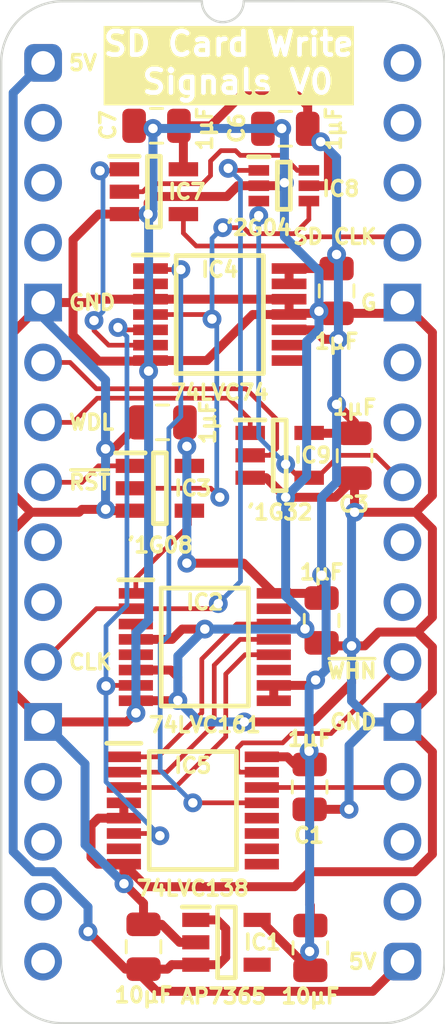
<source format=kicad_pcb>
(kicad_pcb (version 20240108) (generator "pcbnew") (generator_version "8.0")
  (title_block (title "SD Card Write Signals") (date "2025-01-27") (rev "V0"))
  (layers (0 "F.Cu" signal) (31 "B.Cu" signal) (34 "B.Paste" user) (35 "F.Paste" user) (36 "B.SilkS" user "B.Silkscreen") (37 "F.SilkS" user "F.Silkscreen") (38 "B.Mask" user) (39 "F.Mask" user) (44 "Edge.Cuts" user))
  (net 0 "")
  (net 1 "/3.3V")
  (net 3 "GND")
  (net 4 "5V")
  (net 7 "/Nybble A1")
  (net 8 "/Nybble A0")
  (net 9 "/SD Write")
  (net 10 "/~{Reset Write Counter}")
  (net 11 "/Nybble A2")
  (net 14 "/~{SD Write}")
  (net 15 "/~{Stop Write}")
  (net 27 "Fast CLK")
  (net 28 "Write Data Low")
  (net 29 "Write Data High")
  (net 30 "~{Write Low Nybble}")
  (net 31 "~{Reset}")
  (net 32 "/~{Fast CLK}")
  (net 34 "Write Data")
  (net 35 "/~{Write Data}")
  (net 36 "~{Write High Nybble}")
  (net 37 "SD CLK")
  (footprint "SamacSys_Parts:C_0805" (layer "F.Cu") (at 10.287 2.794 90)
    (property "Reference" "C6")
    (property "Value" "1μF")
  )
  (footprint "SamacSys_Parts:SOP65P210X110-6N" (layer "F.Cu") (at 10.21 5.207)
    (property "Reference" "IC8")
    (property "Value" "74LVC2G04GW-Q100H" (hide yes))
  )
  (footprint "SamacSys_Parts:SOT95P275X110-5N" (layer "F.Cu") (at 4.699 5.461)
    (property "Reference" "IC7")
    (property "Value" "74LVC1G125GV-Q100" (hide yes))
  )
  (footprint "SamacSys_Parts:C_0805" (layer "F.Cu") (at 4.826 2.667 90)
    (property "Reference" "C7")
    (property "Value" "1μF")
  )
  (footprint "SamacSys_Parts:DIP-32_Board_W15.24mm" (layer "F.Cu") (at 0 0)
    (property "Reference" "J1" (hide yes))
    (property "Value" "Conn_02x16_Counter_Clockwise" (hide yes))
    (fp_line (start -1.778 38.1) (end -1.778 0) (stroke (width 0.1)) (layer "Edge.Cuts"))
    (fp_line (start 6.731 -2.6162) (end 0.835732 -2.613732) (stroke (width 0.1)) (layer "Edge.Cuts"))
    (fp_line (start 14.404267 -2.613733) (end 8.509 -2.6162) (stroke (width 0.1)) (layer "Edge.Cuts"))
    (fp_line (start 14.404268 40.713732) (end 0.835733 40.713733) (stroke (width 0.1)) (layer "Edge.Cuts"))
    (fp_line (start 17.018 38.1) (end 17.017999 -0.000001) (stroke (width 0.1)) (layer "Edge.Cuts"))
    (fp_arc (start -1.778 0) (mid -1.012456 -1.848188) (end 0.835732 -2.613732) (stroke (width 0.1)) (layer "Edge.Cuts"))
    (fp_arc (start 0.835733 40.713733) (mid -1.012457 39.94819) (end -1.778 38.1) (stroke (width 0.1)) (layer "Edge.Cuts"))
    (fp_arc (start 8.509 -2.6162) (mid 7.62 -1.7272) (end 6.731 -2.6162) (stroke (width 0.1)) (layer "Edge.Cuts"))
    (fp_arc (start 14.404267 -2.613733) (mid 16.252453 -1.848189) (end 17.017999 -0.000001) (stroke (width 0.1)) (layer "Edge.Cuts"))
    (fp_arc (start 17.018 38.1) (mid 16.252456 39.948187) (end 14.404268 40.713732) (stroke (width 0.1)) (layer "Edge.Cuts"))
  )
  (footprint "SamacSys_Parts:C_0805" (layer "F.Cu") (at 5.08 15.24 90)
    (property "Reference" "C5" (hide yes))
    (property "Value" "1μF")
  )
  (footprint "SamacSys_Parts:C_0805" (layer "F.Cu") (at 11.303 30.678 180)
    (property "Reference" "C1")
    (property "Value" "1μF")
  )
  (footprint "SamacSys_Parts:C_0805" (layer "F.Cu") (at 13.208 16.637 180)
    (property "Reference" "C3")
    (property "Value" "1μF")
  )
  (footprint "SamacSys_Parts:SOP65P640X110-16N" (layer "F.Cu") (at 6.858 24.765)
    (property "Reference" "IC2")
    (property "Value" "74LVC161PW,112" (hide yes))
  )
  (footprint "SamacSys_Parts:SOT95P275X110-5N" (layer "F.Cu") (at 10.033 16.637)
    (property "Reference" "IC9")
    (property "Value" "74LVC1G32GV,125" (hide yes))
  )
  (footprint "SamacSys_Parts:C_0805" (layer "F.Cu") (at 11.333 37.536)
    (property "Reference" "C11" (hide yes))
    (property "Value" "10μF")
  )
  (footprint "SamacSys_Parts:SOP65P640X110-14N" (layer "F.Cu") (at 7.493 10.668)
    (property "Reference" "IC4")
    (property "Value" "74LVC74APW,118" (hide yes))
  )
  (footprint "SamacSys_Parts:SOT95P285X130-5N" (layer "F.Cu") (at 7.777 37.282)
    (property "Reference" "IC1")
    (property "Value" "AP7365-33WG-7" (hide yes))
  )
  (footprint "SamacSys_Parts:SOT95P275X110-5N" (layer "F.Cu") (at 4.953 18.034)
    (property "Reference" "IC3")
    (property "Value" "74LVC1G08GV,125" (hide yes))
  )
  (footprint "SamacSys_Parts:C_0805" (layer "F.Cu") (at 12.446 9.652 180)
    (property "Reference" "C4" (hide yes))
    (property "Value" "1μF")
  )
  (footprint "SamacSys_Parts:C_0805" (layer "F.Cu") (at 4.259 37.486)
    (property "Reference" "C10" (hide yes))
    (property "Value" "10μF")
  )
  (footprint "SamacSys_Parts:SOP65P640X110-16N" (layer "F.Cu") (at 6.35 31.694)
    (property "Reference" "IC5")
    (property "Value" "74LVC138APW-Q100J" (hide yes))
  )
  (footprint "SamacSys_Parts:C_0805" (layer "F.Cu") (at 11.811 23.622 180)
    (property "Reference" "C2" (hide yes))
    (property "Value" "1μF")
  )
  (footprint "SamacSys_Parts:PinHeader_1x16_P2.54mm_Vertical" (layer "B.Cu") (at 15.24 0 180)
    (property "Reference" "J3" (hide yes))
    (property "Value" "Pin_Header_01x16")
  )
  (footprint "SamacSys_Parts:PinHeader_1x16_P2.54mm_Vertical" (layer "B.Cu") (at 0 0 180)
    (property "Reference" "J2" (hide yes))
    (property "Value" "Pin_Header_01x16")
  )
  (gr_text "G" (at 14.224 10.16 0) (layer "F.SilkS") (effects (font (size 0.635 0.635) (thickness 0.15) (bold yes)) (justify right)))
  (gr_text "~{RST}" (at 1.016 17.78 0) (layer "F.SilkS") (effects (font (size 0.635 0.635) (thickness 0.15) (bold yes)) (justify left)))
  (gr_text "GND" (at 14.224 27.94 0) (layer "F.SilkS") (effects (font (size 0.635 0.635) (thickness 0.15) (bold yes)) (justify right)))
  (gr_text "~{WHN}" (at 14.224 25.781 0) (layer "F.SilkS") (effects (font (size 0.635 0.635) (thickness 0.15) (bold yes)) (justify right)))
  (gr_text "SD Card Write \nSignals V0" (at 8.255 0 0) (layer "F.SilkS" knockout) (effects (font (size 1 1) (thickness 0.2) (bold yes))))
  (gr_text "WDL" (at 1.016 15.24 0) (layer "F.SilkS") (effects (font (size 0.635 0.635) (thickness 0.15) (bold yes)) (justify left)))
  (gr_text "CLK" (at 1.016 25.4 0) (layer "F.SilkS") (effects (font (size 0.635 0.635) (thickness 0.15) (bold yes)) (justify left)))
  (gr_text "GND" (at 1.016 10.16 0) (layer "F.SilkS") (effects (font (size 0.635 0.635) (thickness 0.15) (bold yes)) (justify left)))
  (gr_text "SD CLK" (at 14.224 7.366 0) (layer "F.SilkS") (effects (font (size 0.635 0.635) (thickness 0.15) (bold yes)) (justify right)))
  (gr_text "5V" (at 1.016 0 0) (layer "F.SilkS") (effects (font (size 0.635 0.635) (thickness 0.15) (bold yes)) (justify left)))
  (gr_text "5V" (at 14.224 38.1 0) (layer "F.SilkS") (effects (font (size 0.635 0.635) (thickness 0.15) (bold yes)) (justify right)))
  (segment (start 11.908976 11.718) (end 11.508976 11.318) (width 0.38) (layer "F.Cu") (net 1))
  (segment (start 12.0995 5.197) (end 12.0995 3.6725) (width 0.38) (layer "F.Cu") (net 1))
  (segment (start 11.333 38.47) (end 11.333 37.7) (width 0.38) (layer "F.Cu") (net 1))
  (segment (start 11.811 22.688) (end 11.811 21.717006) (width 0.38) (layer "F.Cu") (net 1))
  (segment (start 11.303 29.201075) (end 11.281929 29.180004) (width 0.38) (layer "F.Cu") (net 1))
  (segment (start 10.431 8.718) (end 10.431 9.368) (width 0.38) (layer "F.Cu") (net 1))
  (segment (start 10.355 29.419) (end 10.68 29.744) (width 0.38) (layer "F.Cu") (net 1))
  (segment (start 10.795 1.397) (end 11.221 1.823) (width 0.38) (layer "F.Cu") (net 1))
  (segment (start 11.272 5.207) (end 12.0895 5.207) (width 0.38) (layer "F.Cu") (net 1))
  (segment (start 6.096 15.322) (end 6.096 16.256004) (width 0.38) (layer "F.Cu") (net 1))
  (segment (start 7.112 2.667) (end 8.382 1.397) (width 0.38) (layer "F.Cu") (net 1))
  (segment (start 8.502 21.209) (end 6.096 21.209) (width 0.38) (layer "F.Cu") (net 1))
  (segment (start 6.096 16.977) (end 6.096 16.256004) (width 0.38) (layer "F.Cu") (net 1))
  (segment (start 13.208 15.703) (end 13.208 15.24) (width 0.38) (layer "F.Cu") (net 1))
  (segment (start 12.0995 3.6725) (end 11.77 3.343) (width 0.38) (layer "F.Cu") (net 1))
  (segment (start 11.77 3.343) (end 11.221 2.794) (width 0.38) (layer "F.Cu") (net 1))
  (segment (start 11.329 26.39) (end 11.557 26.162) (width 0.38) (layer "F.Cu") (net 1))
  (segment (start 11.333 37.7) (end 11.303 37.67) (width 0.38) (layer "F.Cu") (net 1))
  (segment (start 12.0895 5.207) (end 12.0995 5.197) (width 0.38) (layer "F.Cu") (net 1))
  (segment (start 9.783 27.04) (end 9.783 26.39) (width 0.38) (layer "F.Cu") (net 1))
  (segment (start 11.303 29.744) (end 11.303 29.201075) (width 0.38) (layer "F.Cu") (net 1))
  (segment (start 11.811 21.717006) (end 11.811003 21.717003) (width 0.38) (layer "F.Cu") (net 1))
  (segment (start 13.208 15.703) (end 11.299 15.703) (width 0.38) (layer "F.Cu") (net 1))
  (segment (start 9.783 22.49) (end 8.502 21.209) (width 0.38) (layer "F.Cu") (net 1))
  (segment (start 11.508976 11.318) (end 10.431 11.318) (width 0.38) (layer "F.Cu") (net 1))
  (segment (start 10.68 29.744) (end 11.303 29.744) (width 0.38) (layer "F.Cu") (net 1))
  (segment (start 9.275 29.419) (end 10.355 29.419) (width 0.38) (layer "F.Cu") (net 1))
  (segment (start 12.446 8.718) (end 12.446 8.123) (width 0.38) (layer "F.Cu") (net 1))
  (segment (start 13.208 15.24) (end 12.446 14.478) (width 0.38) (layer "F.Cu") (net 1))
  (segment (start 8.382 1.397) (end 10.795 1.397) (width 0.38) (layer "F.Cu") (net 1))
  (segment (start 5.949 4.511) (end 5.949 2.856) (width 0.38) (layer "F.Cu") (net 1))
  (segment (start 12.524 11.718) (end 11.908976 11.718) (width 0.38) (layer "F.Cu") (net 1))
  (segment (start 11.613 22.49) (end 9.783 22.49) (width 0.38) (layer "F.Cu") (net 1))
  (segment (start 12.446 8.718) (end 10.431 8.718) (width 0.38) (layer "F.Cu") (net 1))
  (segment (start 9.195 36.332) (end 11.333 38.47) (width 0.38) (layer "F.Cu") (net 1))
  (segment (start 11.221 1.823) (end 11.221 2.794) (width 0.38) (layer "F.Cu") (net 1))
  (segment (start 9.783 26.39) (end 11.329 26.39) (width 0.38) (layer "F.Cu") (net 1))
  (segment (start 5.76 2.667) (end 7.112 2.667) (width 0.38) (layer "F.Cu") (net 1))
  (via (at 11.77 3.343) (size 0.8) (drill 0.4) (layers "F.Cu" "B.Cu") (net 1))
  (via (at 11.811003 21.717003) (size 0.8) (drill 0.4) (layers "F.Cu" "B.Cu") (net 1))
  (via (at 12.446 8.123) (size 0.8) (drill 0.4) (layers "F.Cu" "B.Cu") (net 1))
  (via (at 6.096 16.256004) (size 0.8) (drill 0.4) (layers "F.Cu" "B.Cu") (net 1))
  (via (at 11.557 26.162) (size 0.8) (drill 0.4) (layers "F.Cu" "B.Cu") (net 1))
  (via (at 11.281929 29.180004) (size 0.8) (drill 0.4) (layers "F.Cu" "B.Cu") (net 1))
  (via (at 11.303 37.67) (size 0.8) (drill 0.4) (layers "F.Cu" "B.Cu") (net 1))
  (via (at 6.096 21.209) (size 0.8) (drill 0.4) (layers "F.Cu" "B.Cu") (net 1))
  (via (at 12.446 14.478) (size 0.8) (drill 0.4) (layers "F.Cu" "B.Cu") (net 1))
  (via (at 12.524 11.718) (size 0.8) (drill 0.4) (layers "F.Cu" "B.Cu") (net 1))
  (segment (start 12.446 4.019) (end 12.446 8.123) (width 0.38) (layer "B.Cu") (net 1))
  (segment (start 11.77 3.343) (end 12.446 4.019) (width 0.38) (layer "B.Cu") (net 1))
  (segment (start 12.446 17.78) (end 12.446 14.478) (width 0.38) (layer "B.Cu") (net 1))
  (segment (start 12.001502 21.907502) (end 11.811003 21.717003) (width 0.38) (layer "B.Cu") (net 1))
  (segment (start 6.096 21.209) (end 6.096 16.256004) (width 0.38) (layer "B.Cu") (net 1))
  (segment (start 12.446 11.796) (end 12.446 14.478) (width 0.38) (layer "B.Cu") (net 1))
  (segment (start 11.811003 21.717003) (end 11.811003 18.414997) (width 0.38) (layer "B.Cu") (net 1))
  (segment (start 11.303 37.67) (end 11.303 29.201075) (width 0.38) (layer "B.Cu") (net 1))
  (segment (start 11.811003 18.414997) (end 12.446 17.78) (width 0.38) (layer "B.Cu") (net 1))
  (segment (start 12.524 11.718) (end 12.524 8.201) (width 0.38) (layer "B.Cu") (net 1))
  (segment (start 12.524 11.718) (end 12.446 11.796) (width 0.38) (layer "B.Cu") (net 1))
  (segment (start 11.557 26.162) (end 12.001502 25.717498) (width 0.38) (layer "B.Cu") (net 1))
  (segment (start 12.001502 25.717498) (end 12.001502 21.907502) (width 0.38) (layer "B.Cu") (net 1))
  (segment (start 11.557 26.162) (end 11.281929 26.437071) (width 0.38) (layer "B.Cu") (net 1))
  (segment (start 11.281929 26.437071) (end 11.281929 29.180004) (width 0.38) (layer "B.Cu") (net 1))
  (segment (start 12.524 8.201) (end 12.446 8.123) (width 0.38) (layer "B.Cu") (net 1))
  (segment (start 11.303 29.201075) (end 11.281929 29.180004) (width 0.38) (layer "B.Cu") (net 1))
  (segment (start 11.303 35.687) (end 11.303 34.29) (width 0.38) (layer "F.Cu") (net 3))
  (segment (start 4.720407 5.665) (end 4.454003 5.931404) (width 0.38) (layer "F.Cu") (net 3))
  (segment (start 6.858 24.003) (end 5.898 24.003) (width 0.38) (layer "F.Cu") (net 3))
  (segment (start 15.24 10.16) (end 16.51 11.43) (width 0.38) (layer "F.Cu") (net 3))
  (segment (start 4.572 12.635) (end 4.572 12.966778) (width 0.38) (layer "F.Cu") (net 3))
  (segment (start 3.933 27.554996) (end 3.937 27.558996) (width 0.38) (layer "F.Cu") (net 3))
  (segment (start 16.51 23.495) (end 16.51 19.765) (width 0.38) (layer "F.Cu") (net 3))
  (segment (start 6.477 37.282) (end 5.786 37.282) (width 0.38) (layer "F.Cu") (net 3))
  (segment (start 4.381 34.925) (end 3.425 33.969) (width 0.38) (layer "F.Cu") (net 3))
  (segment (start 14.224 24.13) (end 13.639 24.715) (width 0.38) (layer "F.Cu") (net 3))
  (segment (start 3.86 2.667) (end 4.546502 2.667) (width 0.38) (layer "F.Cu") (net 3))
  (segment (start 2.32 33.969) (end 2.032 33.681) (width 0.38) (layer "F.Cu") (net 3))
  (segment (start 5.024 36.52) (end 4.259 36.52) (width 0.38) (layer "F.Cu") (net 3))
  (segment (start 12.446 10.618) (end 10.481 10.618) (width 0.38) (layer "F.Cu") (net 3))
  (segment (start -1.27 18.288) (end -0.508 19.05) (width 0.38) (layer "F.Cu") (net 3))
  (segment (start 9.458992 17.587) (end 10.287 18.415008) (width 0.38) (layer "F.Cu") (net 3))
  (segment (start 11.303 31.644) (end 12.974994 31.644) (width 0.38) (layer "F.Cu") (net 3))
  (segment (start -0.508 19.05) (end 1.524 19.05) (width 0.38) (layer "F.Cu") (net 3))
  (segment (start 16.51 33.543958) (end 15.763958 34.29) (width 0.38) (layer "F.Cu") (net 3))
  (segment (start 10.481 10.618) (end 10.431 10.668) (width 0.38) (layer "F.Cu") (net 3))
  (segment (start 6.94 12.618) (end 8.89 10.668) (width 0.38) (layer "F.Cu") (net 3))
  (segment (start 11.333 36.57) (end 11.333 35.717) (width 0.38) (layer "F.Cu") (net 3))
  (segment (start 16.51 29.21) (end 16.51 33.543958) (width 0.38) (layer "F.Cu") (net 3))
  (segment (start 1.905 10.16) (end 1.27 10.16) (width 0.38) (layer "F.Cu") (net 3))
  (segment (start 4.555 12.618) (end 6.94 12.618) (width 0.38) (layer "F.Cu") (net 3))
  (segment (start 5.42 25.74) (end 5.715 26.035) (width 0.38) (layer "F.Cu") (net 3))
  (segment (start 16.51 26.67) (end 15.24 27.94) (width 0.38) (layer "F.Cu") (net 3))
  (segment (start 4.259 35.628) (end 3.429 34.798) (width 0.38) (layer "F.Cu") (net 3))
  (segment (start 10.107498 5.207) (end 9.148 5.207) (width 0.38) (layer "F.Cu") (net 3))
  (segment (start 1.646498 18.927502) (end 1.524 19.05) (width 0.38) (layer "F.Cu") (net 3))
  (segment (start 11.303 34.29) (end 10.668 34.925) (width 0.38) (layer "F.Cu") (net 3))
  (segment (start 8.783 17.587) (end 9.458992 17.587) (width 0.38) (layer "F.Cu") (net 3))
  (segment (start 12.446 10.618) (end 14.782 10.618) (width 0.38) (layer "F.Cu") (net 3))
  (segment (start 4.454 6.411) (end 4.454003 6.410997) (width 0.38) (layer "F.Cu") (net 3))
  (segment (start 2.356107 12.643107) (end 1.27 11.557) (width 0.38) (layer "F.Cu") (net 3))
  (segment (start 5.786 37.282) (end 5.024 36.52) (width 0.38) (layer "F.Cu") (net 3))
  (segment (start 5.461 24.44) (end 3.933 24.44) (width 0.38) (layer "F.Cu") (net 3))
  (segment (start 2.352 6.411) (end 1.27 7.493) (width 0.38) (layer "F.Cu") (net 3))
  (segment (start 10.431 10.018) (end 10.431 10.668) (width 0.38) (layer "F.Cu") (net 3))
  (segment (start 3.449 6.411) (end 4.454 6.411) (width 0.38) (layer "F.Cu") (net 3))
  (segment (start 15.795 19.05) (end 13.208004 19.05) (width 0.38) (layer "F.Cu") (net 3))
  (segment (start 2.345 32.019) (end 3.425 32.019) (width 0.38) (layer "F.Cu") (net 3))
  (segment (start 13.208 17.603) (end 13.208 19.049996) (width 0.38) (layer "F.Cu") (net 3))
  (segment (start 15.875 24.13) (end 14.224 24.13) (width 0.38) (layer "F.Cu") (net 3))
  (segment (start 16.51 19.765) (end 15.795 19.05) (width 0.38) (layer "F.Cu") (net 3))
  (segment (start 1.27 11.557) (end 1.27 10.16) (width 0.38) (layer "F.Cu") (net 3))
  (segment (start 4.572 12.966778) (end 4.473775 13.065003) (width 0.38) (layer "F.Cu") (net 3))
  (segment (start 11.333 35.717) (end 11.303 35.687) (width 0.38) (layer "F.Cu") (net 3))
  (segment (start 15.875 24.13) (end 16.51 23.495) (width 0.38) (layer "F.Cu") (net 3))
  (segment (start 16.51 11.43) (end 16.51 18.335) (width 0.38) (layer "F.Cu") (net 3))
  (segment (start 11.108002 23.996087) (end 11.699915 24.588) (width 0.38) (layer "F.Cu") (net 3))
  (segment (start 5.898 24.003) (end 5.461 24.44) (width 0.38) (layer "F.Cu") (net 3))
  (segment (start 12.395992 18.415008) (end 10.287 18.415008) (width 0.38) (layer "F.Cu") (net 3))
  (segment (start 0 10.16) (end -1.27 11.43) (width 0.38) (layer "F.Cu") (net 3))
  (segment (start 10.121 2.780498) (end 10.107498 2.794) (width 0.38) (layer "F.Cu") (net 3))
  (segment (start 3.425 34.794) (end 3.425 33.969) (width 0.38) (layer "F.Cu") (net 3))
  (segment (start 15.24 27.94) (end 16.51 29.21) (width 0.38) (layer "F.Cu") (net 3))
  (segment (start 11.303 31.644) (end 11.303 34.29) (width 0.38) (layer "F.Cu") (net 3))
  (segment (start 0 27.94) (end -1.27 26.67) (width 0.38) (layer "F.Cu") (net 3))
  (segment (start 8.89 10.668) (end 10.431 10.668) (width 0.38) (layer "F.Cu") (net 3))
  (segment (start 5.715 26.035) (end 5.715 27.030005) (width 0.38) (layer "F.Cu") (net 3))
  (segment (start -1.27 11.43) (end -1.27 18.288) (width 0.38) (layer "F.Cu") (net 3))
  (segment (start 12.974994 31.644) (end 12.974997 31.643997) (width 0.38) (layer "F.Cu") (net 3))
  (segment (start 2.047 10.018) (end 1.905 10.16) (width 0.38) (layer "F.Cu") (net 3))
  (segment (start 2.032 33.681) (end 2.032 32.332) (width 0.38) (layer "F.Cu") (net 3))
  (segment (start 15.763958 34.29) (end 11.303 34.29) (width 0.38) (layer "F.Cu") (net 3))
  (segment (start 3.425 32.019) (end 3.425 31.369) (width 0.38) (layer "F.Cu") (net 3))
  (segment (start 3.933 27.04) (end 5.705005 27.04) (width 0.38) (layer "F.Cu") (net 3))
  (segment (start 3.933 27.04) (end 3.933 27.554996) (width 0.38) (layer "F.Cu") (net 3))
  (segment (start -1.27 26.67) (end -1.27 19.812) (width 0.38) (layer "F.Cu") (net 3))
  (segment (start 2.707761 18.984) (end 2.651263 18.927502) (width 0.38) (layer "F.Cu") (net 3))
  (segment (start 8.255 5.207) (end 7.797 5.665) (width 0.38) (layer "F.Cu") (net 3))
  (segment (start 4.555 10.018) (end 2.047 10.018) (width 0.38) (layer "F.Cu") (net 3))
  (segment (start 0 27.94) (end 3.555996 27.94) (width 0.38) (layer "F.Cu") (net 3))
  (segment (start 9.148 5.207) (end 8.255 5.207) (width 0.38) (layer "F.Cu") (net 3))
  (segment (start 16.51 18.335) (end 15.795 19.05) (width 0.38) (layer "F.Cu") (net 3))
  (segment (start 3.555996 27.94) (end 3.937 27.558996) (width 0.38) (layer "F.Cu") (net 3))
  (segment (start 11.429996 27.940004) (end 8.531893 27.940004) (width 0.38) (layer "F.Cu") (net 3))
  (segment (start -1.27 19.812) (end -0.508 19.05) (width 0.38) (layer "F.Cu") (net 3))
  (segment (start 3.429 34.798) (end 3.425 34.794) (width 0.38) (layer "F.Cu") (net 3))
  (segment (start 2.989008 16.364992) (end 4.114 15.24) (width 0.38) (layer "F.Cu") (net 3))
  (segment (start 2.648543 16.364992) (end 2.989008 16.364992) (width 0.38) (layer "F.Cu") (net 3))
  (segment (start 10.668 34.925) (end 4.381 34.925) (width 0.38) (layer "F.Cu") (net 3))
  (segment (start 11.938 24.715) (end 13.081 24.715) (width 0.38) (layer "F.Cu") (net 3))
  (segment (start 4.546502 2.667) (end 4.66 2.780498) (width 0.38) (layer "F.Cu") (net 3))
  (segment (start 13.081 24.715) (end 13.081 26.289) (width 0.38) (layer "F.Cu") (net 3))
  (segment (start 15.875 24.13) (end 16.51 24.765) (width 0.38) (layer "F.Cu") (net 3))
  (segment (start 7.797 5.665) (end 4.720407 5.665) (width 0.38) (layer "F.Cu") (net 3))
  (segment (start 4.555 10.018) (end 4.555 9.368) (width 0.38) (layer "F.Cu") (net 3))
  (segment (start 3.933 25.74) (end 3.933 25.09) (width 0.38) (layer "F.Cu") (net 3))
  (segment (start 13.208 17.603) (end 12.395992 18.415008) (width 0.38) (layer "F.Cu") (net 3))
  (segment (start 4.259 36.52) (end 4.259 35.628) (width 0.38) (layer "F.Cu") (net 3))
  (segment (start 5.705005 27.04) (end 5.715 27.030005) (width 0.38) (layer "F.Cu") (net 3))
  (segment (start 16.51 24.765) (end 16.51 26.67) (width 0.38) (layer "F.Cu") (net 3))
  (segment (start 10.107498 2.794) (end 9.321 2.794) (width 0.38) (layer "F.Cu") (net 3))
  (segment (start 3.933 25.74) (end 5.42 25.74) (width 0.38) (layer "F.Cu") (net 3))
  (segment (start 1.27 7.493) (end 1.27 10.16) (width 0.38) (layer "F.Cu") (net 3))
  (segment (start 3.703 18.984) (end 2.707761 18.984) (width 0.38) (layer "F.Cu") (net 3))
  (segment (start 4.529893 12.643107) (end 2.356107 12.643107) (width 0.38) (layer "F.Cu") (net 3))
  (segment (start 3.933 25.09) (end 3.933 24.44) (width 0.38) (layer "F.Cu") (net 3))
  (segment (start 0 10.16) (end 1.27 10.16) (width 0.38) (layer "F.Cu") (net 3))
  (segment (start 10.234498 5.08) (end 10.107498 5.207) (width 0.38) (layer "F.Cu") (net 3))
  (segment (start 4.454003 5.931404) (end 4.454003 6.410997) (width 0.38) (layer "F.Cu") (net 3))
  (segment (start 2.032 32.332) (end 2.345 32.019) (width 0.38) (layer "F.Cu") (net 3))
  (segment (start 13.208004 19.05) (end 13.208 19.049996) (width 0.38) (layer "F.Cu") (net 3))
  (segment (start 3.933 24.44) (end 3.933 23.79) (width 0.38) (layer "F.Cu") (net 3))
  (segment (start 3.241 6.411) (end 2.352 6.411) (width 0.38) (layer "F.Cu") (net 3))
  (segment (start 3.425 33.969) (end 2.32 33.969) (width 0.38) (layer "F.Cu") (net 3))
  (segment (start 13.639 24.715) (end 13.081 24.715) (width 0.38) (layer "F.Cu") (net 3))
  (segment (start 4.555 10.018) (end 10.431 10.018) (width 0.38) (layer "F.Cu") (net 3))
  (segment (start 13.081 26.289) (end 11.429996 27.940004) (width 0.38) (layer "F.Cu") (net 3))
  (segment (start 2.651263 18.927502) (end 1.646498 18.927502) (width 0.38) (layer "F.Cu") (net 3))
  (via (at 10.121 2.780498) (size 0.8) (drill 0.4) (layers "F.Cu" "B.Cu") (net 3))
  (via (at 13.208 19.049996) (size 0.8) (drill 0.4) (layers "F.Cu" "B.Cu") (net 3))
  (via (at 6.858 24.003) (size 0.8) (drill 0.4) (layers "F.Cu" "B.Cu") (net 3))
  (via (at 2.651263 18.927502) (size 0.8) (drill 0.4) (layers "F.Cu" "B.Cu") (net 3))
  (via (at 12.974997 31.643997) (size 0.8) (drill 0.4) (layers "F.Cu" "B.Cu") (net 3))
  (via (at 11.699394 10.527503) (size 0.8) (drill 0.4) (layers "F.Cu" "B.Cu") (net 3))
  (via (at 10.287 18.415008) (size 0.8) (drill 0.4) (layers "F.Cu" "B.Cu") (net 3))
  (via (at 3.429 34.798) (size 0.8) (drill 0.4) (layers "F.Cu" "B.Cu") (net 3))
  (via (at 3.937 27.558996) (size 0.8) (drill 0.4) (layers "F.Cu" "B.Cu") (net 3))
  (via (at 13.081 24.715) (size 0.8) (drill 0.4) (layers "F.Cu" "B.Cu") (net 3))
  (via (at 4.454003 6.410997) (size 0.8) (drill 0.4) (layers "F.Cu" "B.Cu") (net 3))
  (via (at 10.234498 5.08) (size 0.8) (drill 0.4) (layers "F.Cu" "B.Cu") (net 3))
  (via (at 4.66 2.780498) (size 0.8) (drill 0.4) (layers "F.Cu" "B.Cu") (net 3))
  (via (at 4.473775 13.065003) (size 0.8) (drill 0.4) (layers "F.Cu" "B.Cu") (net 3))
  (via (at 5.715 27.030005) (size 0.8) (drill 0.4) (layers "F.Cu" "B.Cu") (net 3))
  (via (at 11.108002 23.996087) (size 0.8) (drill 0.4) (layers "F.Cu" "B.Cu") (net 3))
  (via (at 8.531893 27.940004) (size 0.8) (drill 0.4) (layers "F.Cu" "B.Cu") (net 3))
  (via (at 2.648543 16.364992) (size 0.8) (drill 0.4) (layers "F.Cu" "B.Cu") (net 3))
  (segment (start 13.97 27.94) (end 12.974997 28.935003) (width 0.38) (layer "B.Cu") (net 3))
  (segment (start 11.699394 10.527503) (end 11.699394 11.287606) (width 0.38) (layer "B.Cu") (net 3))
  (segment (start 13.081 27.051) (end 13.081 24.715) (width 0.38) (layer "B.Cu") (net 3))
  (segment (start 10.287 22.606) (end 10.287 18.415008) (width 0.38) (layer "B.Cu") (net 3))
  (segment (start 11.699394 10.527503) (end 11.699394 8.830896) (width 0.38) (layer "B.Cu") (net 3))
  (segment (start 13.97 27.94) (end 13.081 27.051) (width 0.38) (layer "B.Cu") (net 3))
  (segment (start 4.66 2.780498) (end 10.121 2.780498) (width 0.38) (layer "B.Cu") (net 3))
  (segment (start 5.715 25.146) (end 5.715 27.030005) (width 0.38) (layer "B.Cu") (net 3))
  (segment (start 10.287 18.415008) (end 11.176 17.526008) (width 0.38) (layer "B.Cu") (net 3))
  (segment (start 3.937 27.558996) (end 3.937 24.158775) (width 0.38) (layer "B.Cu") (net 3))
  (segment (start 11.108002 23.996087) (end 11.101089 24.003) (width 0.38) (layer "B.Cu") (net 3))
  (segment (start 13.081 19.304) (end 13.208 19.177) (width 0.38) (layer "B.Cu") (net 3))
  (segment (start 11.101089 24.003) (end 6.858 24.003) (width 0.38) (layer "B.Cu") (net 3))
  (segment (start 11.699394 11.287606) (end 11.176 11.811) (width 0.38) (layer "B.Cu") (net 3))
  (segment (start 0 27.94) (end 1.778 29.718) (width 0.38) (layer "B.Cu") (net 3))
  (segment (start 10.234498 2.893996) (end 10.234498 5.08) (width 0.38) (layer "B.Cu") (net 3))
  (segment (start 6.624999 27.940004) (end 8.531893 27.940004) (width 0.38) (layer "B.Cu") (net 3))
  (segment (start 10.234498 5.08) (end 10.234498 7.366) (width 0.38) (layer "B.Cu") (net 3))
  (segment (start 4.66 6.205) (end 4.454003 6.410997) (width 0.38) (layer "B.Cu") (net 3))
  (segment (start 4.473775 13.065003) (end 4.473775 23.622) (width 0.38) (layer "B.Cu") (net 3))
  (segment (start 2.648543 18.924782) (end 2.651263 18.927502) (width 0.38) (layer "B.Cu") (net 3))
  (segment (start 11.699394 8.830896) (end 10.234498 7.366) (width 0.38) (layer "B.Cu") (net 3))
  (segment (start 2.648543 13.443543) (end 0 10.795) (width 0.38) (layer "B.Cu") (net 3))
  (segment (start 3.937 24.158775) (end 4.473775 23.622) (width 0.38) (layer "B.Cu") (net 3))
  (segment (start 1.778 29.718) (end 1.778 33.147) (width 0.38) (layer "B.Cu") (net 3))
  (segment (start 11.176 17.526008) (end 11.176 11.811) (width 0.38) (layer "B.Cu") (net 3))
  (segment (start 6.858 24.003) (end 5.715 25.146) (width 0.38) (layer "B.Cu") (net 3))
  (segment (start 5.715 27.030005) (end 6.624999 27.940004) (width 0.38) (layer "B.Cu") (net 3))
  (segment (start 13.081 24.715) (end 13.081 19.304) (width 0.38) (layer "B.Cu") (net 3))
  (segment (start 0 10.16) (end 0 10.795) (width 0.38) (layer "B.Cu") (net 3))
  (segment (start 4.66 2.780498) (end 4.66 6.205) (width 0.38) (layer "B.Cu") (net 3))
  (segment (start 1.778 33.147) (end 3.429 34.798) (width 0.38) (layer "B.Cu") (net 3))
  (segment (start 11.108002 23.427002) (end 10.287 22.606) (width 0.38) (layer "B.Cu") (net 3))
  (segment (start 2.648543 16.364992) (end 2.648543 13.443543) (width 0.38) (layer "B.Cu") (net 3))
  (segment (start 11.108002 23.996087) (end 11.108002 23.427002) (width 0.38) (layer "B.Cu") (net 3))
  (segment (start 12.974997 28.935003) (end 12.974997 31.643997) (width 0.38) (layer "B.Cu") (net 3))
  (segment (start 4.473775 13.065003) (end 4.473775 6.430769) (width 0.38) (layer "B.Cu") (net 3))
  (segment (start 2.648543 16.364992) (end 2.648543 18.924782) (width 0.38) (layer "B.Cu") (net 3))
  (segment (start 4.473775 6.430769) (end 4.454003 6.410997) (width 0.38) (layer "B.Cu") (net 3))
  (segment (start 15.24 27.94) (end 13.97 27.94) (width 0.38) (layer "B.Cu") (net 3))
  (segment (start 13.208 19.177) (end 13.208 19.049996) (width 0.38) (layer "B.Cu") (net 3))
  (segment (start 10.121 2.780498) (end 10.234498 2.893996) (width 0.38) (layer "B.Cu") (net 3))
  (segment (start 7.747 37.917) (end 7.747 36.703) (width 0.38) (layer "F.Cu") (net 4))
  (segment (start 6.477 38.232) (end 7.432 38.232) (width 0.38) (layer "F.Cu") (net 4))
  (segment (start 4.259 38.803) (end 4.259 38.42) (width 0.38) (layer "F.Cu") (net 4))
  (segment (start 7.376 36.332) (end 6.477 36.332) (width 0.38) (layer "F.Cu") (net 4))
  (segment (start 13.98 39.36) (end 4.816 39.36) (width 0.38) (layer "F.Cu") (net 4))
  (segment (start 7.747 36.703) (end 7.376 36.332) (width 0.38) (layer "F.Cu") (net 4))
  (segment (start 3.495 38.42) (end 1.905 36.83) (width 0.38) (layer "F.Cu") (net 4))
  (segment (start 5.461 38.227) (end 5.466 38.232) (width 0.38) (layer "F.Cu") (net 4))
  (segment (start 7.432 38.232) (end 7.747 37.917) (width 0.38) (layer "F.Cu") (net 4))
  (segment (start 15.24 38.1) (end 13.98 39.36) (width 0.38) (layer "F.Cu") (net 4))
  (segment (start 4.259 38.42) (end 3.495 38.42) (width 0.38) (layer "F.Cu") (net 4))
  (segment (start 4.259 38.42) (end 5.268 38.42) (width 0.38) (layer "F.Cu") (net 4))
  (segment (start 5.268 38.42) (end 5.461 38.227) (width 0.38) (layer "F.Cu") (net 4))
  (segment (start 4.816 39.36) (end 4.259 38.803) (width 0.38) (layer "F.Cu") (net 4))
  (segment (start 5.466 38.232) (end 6.477 38.232) (width 0.38) (layer "F.Cu") (net 4))
  (via (at 1.905 36.83) (size 0.8) (drill 0.4) (layers "F.Cu" "B.Cu") (net 4))
  (segment (start 1.905 36.83) (end 1.905 35.782085) (width 0.38) (layer "B.Cu") (net 4))
  (segment (start 0.412915 34.29) (end -0.412915 34.29) (width 0.38) (layer "B.Cu") (net 4))
  (segment (start -1.27 33.432915) (end -1.27 1.27) (width 0.38) (layer "B.Cu") (net 4))
  (segment (start -0.412915 34.29) (end -1.27 33.432915) (width 0.38) (layer "B.Cu") (net 4))
  (segment (start 1.905 35.782085) (end 0.412915 34.29) (width 0.38) (layer "B.Cu") (net 4))
  (segment (start -1.27 1.27) (end 0 0) (width 0.38) (layer "B.Cu") (net 4))
  (segment (start 7.258 25.532) (end 8.35 24.44) (width 0.2) (layer "F.Cu") (net 7))
  (segment (start 8.35 24.44) (end 9.783 24.44) (width 0.2) (layer "F.Cu") (net 7))
  (segment (start 7.258 28.048) (end 7.258 25.532) (width 0.2) (layer "F.Cu") (net 7))
  (segment (start 3.425 30.069) (end 5.237 30.069) (width 0.2) (layer "F.Cu") (net 7))
  (segment (start 5.237 30.069) (end 7.258 28.048) (width 0.2) (layer "F.Cu") (net 7))
  (segment (start 3.425 29.419) (end 4.871 29.419) (width 0.2) (layer "F.Cu") (net 8))
  (segment (start 6.731 27.559) (end 6.731 25.273) (width 0.2) (layer "F.Cu") (net 8))
  (segment (start 6.731 25.273) (end 8.214 23.79) (width 0.2) (layer "F.Cu") (net 8))
  (segment (start 4.871 29.419) (end 6.731 27.559) (width 0.2) (layer "F.Cu") (net 8))
  (segment (start 8.214 23.79) (end 9.783 23.79) (width 0.2) (layer "F.Cu") (net 8))
  (segment (start 3.425 32.669) (end 4.856 32.669) (width 0.2) (layer "F.Cu") (net 9))
  (segment (start 4.856 32.669) (end 4.953 32.766) (width 0.2) (layer "F.Cu") (net 9))
  (segment (start 3.933 26.39) (end 2.693 26.39) (width 0.2) (layer "F.Cu") (net 9))
  (segment (start 2.693 26.39) (end 2.667 26.416) (width 0.2) (layer "F.Cu") (net 9))
  (segment (start 3.275 11.318) (end 3.175 11.218) (width 0.2) (layer "F.Cu") (net 9))
  (segment (start 4.555 11.318) (end 3.275 11.318) (width 0.2) (layer "F.Cu") (net 9))
  (via (at 3.175 11.218) (size 0.8) (drill 0.4) (layers "F.Cu" "B.Cu") (net 9))
  (via (at 2.667 26.416) (size 0.8) (drill 0.4) (layers "F.Cu" "B.Cu") (net 9))
  (via (at 4.953 32.766) (size 0.8) (drill 0.4) (layers "F.Cu" "B.Cu") (net 9))
  (segment (start 2.667 26.416) (end 2.667 23.876) (width 0.2) (layer "B.Cu") (net 9))
  (segment (start 2.667 23.876) (end 3.556 22.987) (width 0.2) (layer "B.Cu") (net 9))
  (segment (start 3.556 11.599) (end 3.175 11.218) (width 0.2) (layer "B.Cu") (net 9))
  (segment (start 2.667 26.416) (end 2.667 30.48) (width 0.2) (layer "B.Cu") (net 9))
  (segment (start 2.667 30.48) (end 4.953 32.766) (width 0.2) (layer "B.Cu") (net 9))
  (segment (start 3.556 22.987) (end 3.556 11.599) (width 0.2) (layer "B.Cu") (net 9))
  (segment (start 3.933 22.49) (end 3.933 21.848) (width 0.2) (layer "F.Cu") (net 10))
  (segment (start 6.203 19.578) (end 6.203 18.984) (width 0.2) (layer "F.Cu") (net 10))
  (segment (start 3.933 21.848) (end 6.203 19.578) (width 0.2) (layer "F.Cu") (net 10))
  (segment (start 7.747 25.908) (end 8.565 25.09) (width 0.2) (layer "F.Cu") (net 11))
  (segment (start 8.565 25.09) (end 9.783 25.09) (width 0.2) (layer "F.Cu") (net 11))
  (segment (start 7.747 28.575) (end 7.747 25.908) (width 0.2) (layer "F.Cu") (net 11))
  (segment (start 5.603 30.719) (end 7.747 28.575) (width 0.2) (layer "F.Cu") (net 11))
  (segment (start 3.425 30.719) (end 5.603 30.719) (width 0.2) (layer "F.Cu") (net 11))
  (segment (start 2.159 11.347661) (end 2.779338 11.968) (width 0.2) (layer "F.Cu") (net 14))
  (segment (start 2.413 4.572) (end 3.388 4.572) (width 0.2) (layer "F.Cu") (net 14))
  (segment (start 2.159 10.922) (end 2.159 11.347661) (width 0.2) (layer "F.Cu") (net 14))
  (segment (start 4.555 11.968) (end 2.779338 11.968) (width 0.2) (layer "F.Cu") (net 14))
  (via (at 2.413 4.572) (size 0.8) (drill 0.4) (layers "F.Cu" "B.Cu") (net 14))
  (via (at 2.159 10.922) (size 0.8) (drill 0.4) (layers "F.Cu" "B.Cu") (net 14))
  (segment (start 2.54 10.541) (end 2.54 4.699) (width 0.2) (layer "B.Cu") (net 14))
  (segment (start 2.54 4.699) (end 2.413 4.572) (width 0.2) (layer "B.Cu") (net 14))
  (segment (start 2.159 10.922) (end 2.54 10.541) (width 0.2) (layer "B.Cu") (net 14))
  (segment (start 5.841992 8.763) (end 5.841996 8.762996) (width 0.2) (layer "F.Cu") (net 15))
  (segment (start 9.275 31.369) (end 6.35 31.369) (width 0.2) (layer "F.Cu") (net 15))
  (segment (start 4.6 8.763) (end 5.841992 8.763) (width 0.2) (layer "F.Cu") (net 15))
  (via (at 6.35 31.369) (size 0.8) (drill 0.4) (layers "F.Cu" "B.Cu") (net 15))
  (via (at 5.841996 8.762996) (size 0.8) (drill 0.4) (layers "F.Cu" "B.Cu") (net 15))
  (segment (start 5.841996 14.986004) (end 5.841996 8.762996) (width 0.2) (layer "B.Cu") (net 15))
  (segment (start 5.334 24.257) (end 5.334 15.494) (width 0.2) (layer "B.Cu") (net 15))
  (segment (start 5.334 15.494) (end 5.841996 14.986004) (width 0.2) (layer "B.Cu") (net 15))
  (segment (start 6.35 31.369) (end 4.965 29.984) (width 0.2) (layer "B.Cu") (net 15))
  (segment (start 4.965 29.984) (end 4.965 24.626) (width 0.2) (layer "B.Cu") (net 15))
  (segment (start 4.965 24.626) (end 5.334 24.257) (width 0.2) (layer "B.Cu") (net 15))
  (segment (start 9.148 4.557) (end 7.937934 4.557) (width 0.2) (layer "F.Cu") (net 27))
  (segment (start 7.937934 4.557) (end 7.851301 4.470367) (width 0.2) (layer "F.Cu") (net 27))
  (segment (start 2.26 23.14) (end 3.933 23.14) (width 0.2) (layer "F.Cu") (net 27))
  (segment (start 3.933 23.14) (end 7.213 23.14) (width 0.2) (layer "F.Cu") (net 27))
  (segment (start 7.213 23.14) (end 7.4295 22.9235) (width 0.2) (layer "F.Cu") (net 27))
  (segment (start 0 25.4) (end 2.26 23.14) (width 0.2) (layer "F.Cu") (net 27))
  (via (at 7.851301 4.470367) (size 0.8) (drill 0.4) (layers "F.Cu" "B.Cu") (net 27))
  (via (at 7.4295 22.9235) (size 0.8) (drill 0.4) (layers "F.Cu" "B.Cu") (net 27))
  (segment (start 8.37 21.983) (end 8.37 4.989066) (width 0.2) (layer "B.Cu") (net 27))
  (segment (start 7.4295 22.9235) (end 8.37 21.983) (width 0.2) (layer "B.Cu") (net 27))
  (segment (start 8.37 4.989066) (end 7.851301 4.470367) (width 0.2) (layer "B.Cu") (net 27))
  (segment (start 2.295 14.215) (end 1.27 15.24) (width 0.2) (layer "F.Cu") (net 28))
  (segment (start 8.783 15.133) (end 7.865 14.215) (width 0.2) (layer "F.Cu") (net 28))
  (segment (start 8.783 15.687) (end 8.783 15.133) (width 0.2) (layer "F.Cu") (net 28))
  (segment (start 1.27 15.24) (end 0 15.24) (width 0.2) (layer "F.Cu") (net 28))
  (segment (start 7.865 14.215) (end 2.295 14.215) (width 0.2) (layer "F.Cu") (net 28))
  (segment (start 9.906 16.339) (end 9.608 16.637) (width 0.2) (layer "F.Cu") (net 29))
  (segment (start 2.258 13.815) (end 8.608 13.815) (width 0.2) (layer "F.Cu") (net 29))
  (segment (start 9.906 15.113) (end 9.906 16.339) (width 0.2) (layer "F.Cu") (net 29))
  (segment (start 0 12.7) (end 1.143 12.7) (width 0.2) (layer "F.Cu") (net 29))
  (segment (start 8.608 13.815) (end 9.906 15.113) (width 0.2) (layer "F.Cu") (net 29))
  (segment (start 9.608 16.637) (end 8.783 16.637) (width 0.2) (layer "F.Cu") (net 29))
  (segment (start 1.143 12.7) (end 2.258 13.815) (width 0.2) (layer "F.Cu") (net 29))
  (segment (start 9.275 30.719) (end 15.001 30.719) (width 0.2) (layer "F.Cu") (net 30))
  (segment (start 1.651 17.78) (end 2.347 17.084) (width 0.2) (layer "F.Cu") (net 31))
  (segment (start 0 17.78) (end 1.651 17.78) (width 0.2) (layer "F.Cu") (net 31))
  (segment (start 2.347 17.084) (end 3.703 17.084) (width 0.2) (layer "F.Cu") (net 31))
  (segment (start 4.231442 5.461) (end 3.449 5.461) (width 0.2) (layer "F.Cu") (net 32))
  (segment (start 10.142392 3.919392) (end 8.360987 3.919392) (width 0.2) (layer "F.Cu") (net 32))
  (segment (start 8.161962 3.720367) (end 7.54064 3.720367) (width 0.2) (layer "F.Cu") (net 32))
  (segment (start 11.272 4.557) (end 10.78 4.557) (width 0.2) (layer "F.Cu") (net 32))
  (segment (start 10.78 4.557) (end 10.142392 3.919392) (width 0.2) (layer "F.Cu") (net 32))
  (segment (start 8.360987 3.919392) (end 8.161962 3.720367) (width 0.2) (layer "F.Cu") (net 32))
  (segment (start 7.101301 4.778735) (end 6.759594 5.120442) (width 0.2) (layer "F.Cu") (net 32))
  (segment (start 6.759594 5.120442) (end 4.572 5.120442) (width 0.2) (layer "F.Cu") (net 32))
  (segment (start 7.101301 4.159706) (end 7.101301 4.778735) (width 0.2) (layer "F.Cu") (net 32))
  (segment (start 7.54064 3.720367) (end 7.101301 4.159706) (width 0.2) (layer "F.Cu") (net 32))
  (segment (start 4.572 5.120442) (end 4.231442 5.461) (width 0.2) (layer "F.Cu") (net 32))
  (segment (start 11.623 17.587) (end 12.573 16.637) (width 0.2) (layer "F.Cu") (net 34))
  (segment (start 10.855994 17.587) (end 10.287 17.018006) (width 0.2) (layer "F.Cu") (net 34))
  (segment (start 12.573 16.637) (end 14.097 16.637) (width 0.2) (layer "F.Cu") (net 34))
  (segment (start 14.097 16.637) (end 15.24 17.78) (width 0.2) (layer "F.Cu") (net 34))
  (segment (start 9.148 6.473) (end 9.144 6.477) (width 0.2) (layer "F.Cu") (net 34))
  (segment (start 9.148 5.857) (end 9.148 6.473) (width 0.2) (layer "F.Cu") (net 34))
  (via (at 10.287 17.018006) (size 0.8) (drill 0.4) (layers "F.Cu" "B.Cu") (net 34))
  (via (at 9.144 6.477) (size 0.8) (drill 0.4) (layers "F.Cu" "B.Cu") (net 34))
  (segment (start 9.144004 15.87501) (end 9.144004 6.477004) (width 0.2) (layer "B.Cu") (net 34))
  (segment (start 9.144004 6.477004) (end 9.144 6.477) (width 0.2) (layer "B.Cu") (net 34))
  (segment (start 10.287 17.018006) (end 9.144004 15.87501) (width 0.2) (layer "B.Cu") (net 34))
  (segment (start 10.668 7.239) (end 8.763 7.239) (width 0.2) (layer "F.Cu") (net 35))
  (segment (start 8.509 6.985) (end 8.763 7.239) (width 0.2) (layer "F.Cu") (net 35))
  (segment (start 7.112 18.034) (end 7.493 18.415) (width 0.2) (layer "F.Cu") (net 35))
  (segment (start 11.272 6.635) (end 10.668 7.239) (width 0.2) (layer "F.Cu") (net 35))
  (segment (start 3.703 18.034) (end 7.112 18.034) (width 0.2) (layer "F.Cu") (net 35))
  (segment (start 11.272 5.857) (end 11.272 6.635) (width 0.2) (layer "F.Cu") (net 35))
  (segment (start 4.555 10.668) (end 6.973644 10.668) (width 0.2) (layer "F.Cu") (net 35))
  (segment (start 7.62 6.985) (end 8.509 6.985) (width 0.2) (layer "F.Cu") (net 35))
  (segment (start 6.973644 10.668) (end 7.163644 10.858) (width 0.2) (layer "F.Cu") (net 35))
  (via (at 7.493 18.415) (size 0.8) (drill 0.4) (layers "F.Cu" "B.Cu") (net 35))
  (via (at 7.62 6.985) (size 0.8) (drill 0.4) (layers "F.Cu" "B.Cu") (net 35))
  (via (at 7.163644 10.858) (size 0.8) (drill 0.4) (layers "F.Cu" "B.Cu") (net 35))
  (segment (start 7.366 18.288) (end 7.366 11.060356) (width 0.2) (layer "B.Cu") (net 35))
  (segment (start 7.163644 10.858) (end 7.163644 7.441356) (width 0.2) (layer "B.Cu") (net 35))
  (segment (start 7.366 11.060356) (end 7.163644 10.858) (width 0.2) (layer "B.Cu") (net 35))
  (segment (start 7.163644 7.441356) (end 7.62 6.985) (width 0.2) (layer "B.Cu") (net 35))
  (segment (start 7.493 18.415) (end 7.366 18.288) (width 0.2) (layer "B.Cu") (net 35))
  (segment (start 8.25 29.969) (end 8.35 30.069) (width 0.2) (layer "F.Cu") (net 36))
  (segment (start 8.35 30.069) (end 9.275 30.069) (width 0.2) (layer "F.Cu") (net 36))
  (segment (start 12.209996 28.430004) (end 10.558996 28.430004) (width 0.2) (layer "F.Cu") (net 36))
  (segment (start 8.25 29.036988) (end 8.25 29.969) (width 0.2) (layer "F.Cu") (net 36))
  (segment (start 10.558996 28.430004) (end 10.160989 28.828011) (width 0.2) (layer "F.Cu") (net 36))
  (segment (start 15.24 25.4) (end 12.209996 28.430004) (width 0.2) (layer "F.Cu") (net 36))
  (segment (start 10.160989 28.828011) (end 8.458977 28.828011) (width 0.2) (layer "F.Cu") (net 36))
  (segment (start 8.458977 28.828011) (end 8.25 29.036988) (width 0.2) (layer "F.Cu") (net 36))
  (segment (start 5.949 6.411) (end 5.949 7.219) (width 0.2) (layer "F.Cu") (net 37))
  (segment (start 6.49256 7.76256) (end 10.77944 7.76256) (width 0.2) (layer "F.Cu") (net 37))
  (segment (start 10.77944 7.76256) (end 11.169 7.373) (width 0.2) (layer "F.Cu") (net 37))
  (segment (start 11.169 7.373) (end 14.725 7.373) (width 0.2) (layer "F.Cu") (net 37))
  (segment (start 5.949 7.219) (end 6.49256 7.76256) (width 0.2) (layer "F.Cu") (net 37))
)
</source>
